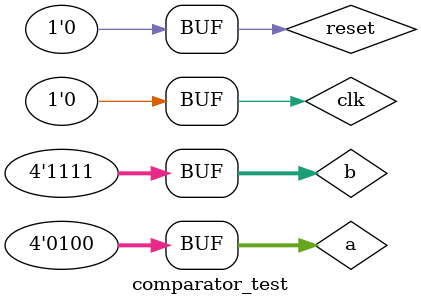
<source format=v>
`timescale 1ns / 1ps


module comparator_test;

	// Inputs
	reg clk;
	reg reset;
	reg [3:0] a;
	reg [3:0] b;

	// Outputs
	wire res;

	// Instantiate the Unit Under Test (UUT)
	signed_num uut (
		.clk(clk), 
		.reset(reset), 
		.a(a), 
		.b(b), 
		.res(res)
	);

	initial begin
		// Initialize Inputs
		clk = 0;
		reset = 0;
		a = 4;
		b = 1;

		// Wait 100 ns for global reset to finish
		#100 b=-1;
        
		// Add stimulus here

	end
      
endmodule


</source>
